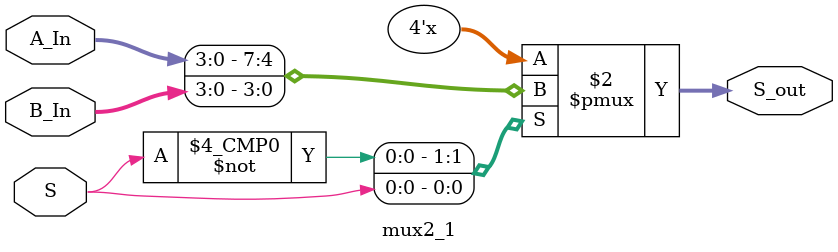
<source format=sv>
module select_adder (
	input  [15:0] A, B,
	input         cin,
	output [15:0] S,
	output        cout
);

	  // FIRST Unit:
	  // 	set some logics here
	  logic C4, C8, C8_1, C8_2, C12, C12_1, C12_2, cout_1, cout_2;
	  
	  four_bit_full_adder FBFA_1(.A(A[3:0]), .B(B[3:0]), .cin(cin), .S(S[3:0]), .cout(C4));	  
	  
	  // SECOND Unit:
	  logic [3:0] A_In_1, B_In_1;
	  
	  four_bit_full_adder FBFA_20(.A(A[7:4]), .B(B[7:4]), .cin(0), .S(A_In_1), .cout(C8_1));
	  four_bit_full_adder FBFA_21(.A(A[7:4]), .B(B[7:4]), .cin(1), .S(B_In_1), .cout(C8_2));
	  
	  mux2_1 muxA(.S(C4), .A(A_In_1), .B(B_In_1), .S_out(S[7:4]));
	  
	  assign C8 = C8_1 | (C8_2 & C4);
	  
	  // THIRD Unit:
	  logic [3:0] A_In_2, B_In_2;
	  
	  four_bit_full_adder FBFA_30(.A(A[11:8]), .B(B[11:8]), .cin(0), .S(A_In_2), .cout(C12_1));
	  four_bit_full_adder FBFA_31(.A(A[11:8]), .B(B[11:8]), .cin(1), .S(B_In_2), .cout(C12_2));
	  
	  mux2_1 muxB(.S(C8), .A(A_In_2), .B(B_In_2), .S_out(S[11:8]));
	  
	  assign C12 = C12_1 | (C12_2 & C8);
	  
	  // FOURTH Unit:
	  logic [3:0] A_In_3, B_In_3;
	  
	  four_bit_full_adder FBFA_40(.A(A[15:12]), .B(B[15:12]), .cin(0), .S(A_In_3), .cout(cout_1));
	  four_bit_full_adder FBFA_41(.A(A[15:12]), .B(B[15:12]), .cin(1), .S(B_In_3), .cout(cout_2));
	  
	  mux2_1 muxC(.S(C12), .A(A_In_3), .B(B_In_3), .S_out(S[15:12]));
	  
	  assign cout = cout_1 | (cout_2 & C12);	
	  

endmodule


// MODULE four_bit_full_adder
module four_bit_full_adder(
	input logic [3:0] A, B,
	input logic cin,
	output logic [3:0] S,
	output logic cout
);

	logic [2:0] C;

	full_bit_adder FBA1(.A(A[0]), .B(B[0]), .cin(cin), .S(S[0]), .cout(C[0]));
	full_bit_adder FBA2(.A(A[1]), .B(B[1]), .cin(C[0]), .S(S[1]), .cout(C[1]));
	full_bit_adder FBA3(.A(A[2]), .B(B[2]), .cin(C[1]), .S(S[2]), .cout(C[2]));
	full_bit_adder FBA4(.A(A[3]), .B(B[3]), .cin(C[2]), .S(S[3]), .cout(cout));

endmodule 

// MODULE 2 to 1 MUX
module mux2_1(
	input S,
	input	logic [3:0] A_In, B_In,
	output logic [3:0] S_out
);
						
		always_comb
		begin
			unique case(S)
				1'b0: S_out = A_In;
				1'b1: S_out = B_In;
			endcase
		end
		
endmodule
</source>
